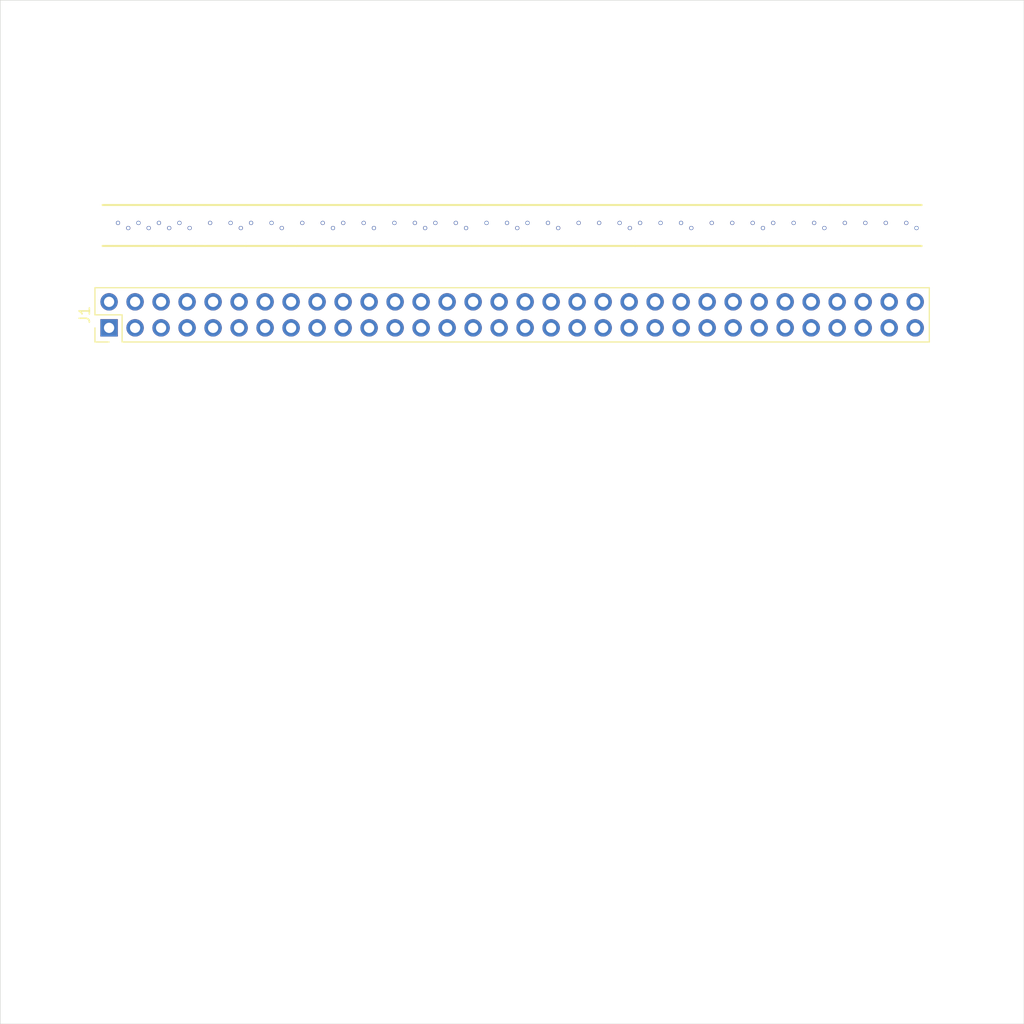
<source format=kicad_pcb>
(kicad_pcb (version 20241229) (generator "pcbnew") (generator_version "9.0")
  (layers (0 "F.Cu" signal) (4 "In1.Cu" signal) (6 "In2.Cu" signal) (2 "B.Cu" signal) (13 "F.Paste" user) (15 "B.Paste" user) (5 "F.SilkS" user "F.Silkscreen") (7 "B.SilkS" user "B.Silkscreen") (1 "F.Mask" user) (3 "B.Mask" user) (25 "Edge.Cuts" user))
  (net 0 "")
  (net 1 "J1pins[2]")
  (net 2 "J1pins[1]")
  (net 3 "J1pins[3]")
  (net 4 "J1pins[4]")
  (net 5 "J1pins[6]")
  (net 6 "J1pins[5]")
  (net 7 "J1pins[8]")
  (net 8 "J1pins[7]")
  (net 9 "J1pins.10")
  (net 10 "J1pins.9")
  (net 11 "J1pins.12")
  (net 12 "J1pins.15")
  (net 13 "J1pins.16")
  (net 14 "J1pins.19")
  (net 15 "J1pins.22")
  (net 16 "J1pins.21")
  (net 17 "J1pins[23]")
  (net 18 "J1pins.27")
  (net 19 "J1pins.24")
  (net 20 "J1pins.25")
  (net 21 "J1pins.38")
  (net 22 "J1pins.33")
  (net 23 "J1pins.46")
  (net 24 "J1pins.62")
  (net 25 "J1pins.56")
  (net 26 "J1pins.30")
  (net 27 "J1pins.43")
  (net 28 "J1pins.63")
  (net 29 "J1pins.39")
  (net 30 "J1pins.49")
  (net 31 "J1pins.64")
  (net 32 "J1pins.58")
  (net 33 "J1pins.31")
  (net 34 "J1pins.52")
  (net 35 "J1pins.35")
  (net 36 "J1pins.61")
  (net 37 "J1pins.57")
  (net 38 "J1pins.59")
  (net 39 "J1pins.51")
  (net 40 "J1pins.54")
  (net 41 "J1pins.47")
  (net 42 "J1pins.37")
  (net 43 "J1pins.42")
  (net 44 "J1pins.34")
  (net 45 "J1pins.45")
  (net 46 "J1pins.55")
  (net 47 "J1pins.50")
  (net 48 "J1pins.41")
  (net 49 "J1pins.60")
  (net 50 "J1pins[44]")
  (net 51 "J1pins[48]")
  (net 52 "J1pins[26]")
  (net 53 "J1pins[29]")
  (net 54 "J1pins.28")
  (net 55 "J1pins[32]")
  (net 56 "J1pins[53]")
  (net 57 "J1pins[36]")
  (net 58 "J1pins[40]")
  (net 59 "J1pins[11]")
  (net 60 "J1pins[14]")
  (net 61 "J1pins.13")
  (net 62 "J1pins[17]")
  (net 63 "J1pins.18")
  (net 64 "J1pins[20]")
  (footprint "RV523:DECAP" (layer "F.Cu") (at 37 20)
    (property "Reference" "DECAP_4" (hide yes))
    (property "Value" "" (hide yes))
    (fp_line (start 0 0) (end 1 0) (stroke (width 0.2)) (layer "F.SilkS"))
    (fp_line (start 0 4) (end 1 4) (stroke (width 0.2)) (layer "F.SilkS"))
  )
  (footprint "RV523:DECAP" (layer "F.Cu") (at 55 20)
    (property "Reference" "DECAP_6" (hide yes))
    (property "Value" "" (hide yes))
    (fp_line (start 0 0) (end 1 0) (stroke (width 0.2)) (layer "F.SilkS"))
    (fp_line (start 0 4) (end 1 4) (stroke (width 0.2)) (layer "F.SilkS"))
  )
  (footprint "RV523:NOT" (layer "F.Cu") (at 11 20)
    (property "Reference" "NOT_1" (hide yes))
    (property "Value" "" (hide yes))
    (fp_line (start 0 0) (end 2 0) (stroke (width 0.2)) (layer "F.SilkS"))
    (fp_line (start 0 4) (end 2 4) (stroke (width 0.2)) (layer "F.SilkS"))
    (pad "A" thru_hole circle (at 0.5 1.75) (size 0.4 0.4) (drill 0.3) (layers "*.Cu" "*.Mask") (net 2 "J1pins[1]") (clearance 0.1))
    (pad "Y" thru_hole circle (at 1.5 2.25) (size 0.4 0.4) (drill 0.3) (layers "*.Cu" "*.Mask") (net 1 "J1pins[2]") (clearance 0.1))
  )
  (footprint "RV523:DECAP" (layer "F.Cu") (at 19 20)
    (property "Reference" "DECAP_2" (hide yes))
    (property "Value" "" (hide yes))
    (fp_line (start 0 0) (end 1 0) (stroke (width 0.2)) (layer "F.SilkS"))
    (fp_line (start 0 4) (end 1 4) (stroke (width 0.2)) (layer "F.SilkS"))
  )
  (footprint "RV523:NAND3" (layer "F.Cu") (at 56 20)
    (property "Reference" "NAND3_1" (hide yes))
    (property "Value" "" (hide yes))
    (fp_line (start 0 0) (end 6 0) (stroke (width 0.2)) (layer "F.SilkS"))
    (fp_line (start 0 4) (end 6 4) (stroke (width 0.2)) (layer "F.SilkS"))
    (pad "A1" thru_hole circle (at 0.5 1.75) (size 0.4 0.4) (drill 0.3) (layers "*.Cu" "*.Mask") (net 22 "J1pins.33") (clearance 0.1))
    (pad "A2" thru_hole circle (at 2.5 1.75) (size 0.4 0.4) (drill 0.3) (layers "*.Cu" "*.Mask") (net 44 "J1pins.34") (clearance 0.1))
    (pad "A3" thru_hole circle (at 4.5 1.75) (size 0.4 0.4) (drill 0.3) (layers "*.Cu" "*.Mask") (net 35 "J1pins.35") (clearance 0.1))
    (pad "Y" thru_hole circle (at 5.5 2.25) (size 0.4 0.4) (drill 0.3) (layers "*.Cu" "*.Mask") (net 57 "J1pins[36]") (clearance 0.1))
  )
  (footprint "RV523:DECAP" (layer "F.Cu") (at 46 20)
    (property "Reference" "DECAP_5" (hide yes))
    (property "Value" "" (hide yes))
    (fp_line (start 0 0) (end 1 0) (stroke (width 0.2)) (layer "F.SilkS"))
    (fp_line (start 0 4) (end 1 4) (stroke (width 0.2)) (layer "F.SilkS"))
  )
  (footprint "RV523:DECAP" (layer "F.Cu") (at 28 20)
    (property "Reference" "DECAP_3" (hide yes))
    (property "Value" "" (hide yes))
    (fp_line (start 0 0) (end 1 0) (stroke (width 0.2)) (layer "F.SilkS"))
    (fp_line (start 0 4) (end 1 4) (stroke (width 0.2)) (layer "F.SilkS"))
  )
  (footprint "RV523:NOT" (layer "F.Cu") (at 15 20)
    (property "Reference" "NOT_3" (hide yes))
    (property "Value" "" (hide yes))
    (fp_line (start 0 0) (end 2 0) (stroke (width 0.2)) (layer "F.SilkS"))
    (fp_line (start 0 4) (end 2 4) (stroke (width 0.2)) (layer "F.SilkS"))
    (pad "A" thru_hole circle (at 0.5 1.75) (size 0.4 0.4) (drill 0.3) (layers "*.Cu" "*.Mask") (net 6 "J1pins[5]") (clearance 0.1))
    (pad "Y" thru_hole circle (at 1.5 2.25) (size 0.4 0.4) (drill 0.3) (layers "*.Cu" "*.Mask") (net 5 "J1pins[6]") (clearance 0.1))
  )
  (footprint "Connector_PinHeader_2.54mm:PinHeader_2x32_P2.54mm_Vertical" (layer "F.Cu") (at 10.63 32 90)
    (property "Reference" "J1" (at 1.27 -2.38 90) (layer "F.SilkS"))
    (property "Value" "")
    (fp_line (start 3.92 -1.38) (end 3.92 80.12) (stroke (width 0.12)) (layer "F.SilkS"))
    (fp_line (start 1.27 -1.38) (end 3.92 -1.38) (stroke (width 0.12)) (layer "F.SilkS"))
    (fp_line (start -1.38 -1.38) (end 0 -1.38) (stroke (width 0.12)) (layer "F.SilkS"))
    (fp_line (start -1.38 0) (end -1.38 -1.38) (stroke (width 0.12)) (layer "F.SilkS"))
    (fp_line (start 1.27 1.27) (end 1.27 -1.38) (stroke (width 0.12)) (layer "F.SilkS"))
    (fp_line (start -1.38 1.27) (end 1.27 1.27) (stroke (width 0.12)) (layer "F.SilkS"))
    (fp_line (start -1.38 1.27) (end -1.38 80.12) (stroke (width 0.12)) (layer "F.SilkS"))
    (fp_line (start -1.38 80.12) (end 3.92 80.12) (stroke (width 0.12)) (layer "F.SilkS"))
    (pad "1" thru_hole rect (at 0 0 90) (size 1.7 1.7) (drill 1) (layers "*.Cu" "*.Mask") (net 2 "J1pins[1]"))
    (pad "2" thru_hole circle (at 2.54 0 90) (size 1.7 1.7) (drill 1) (layers "*.Cu" "*.Mask") (net 1 "J1pins[2]"))
    (pad "3" thru_hole circle (at 0 2.54 90) (size 1.7 1.7) (drill 1) (layers "*.Cu" "*.Mask") (net 3 "J1pins[3]"))
    (pad "4" thru_hole circle (at 2.54 2.54 90) (size 1.7 1.7) (drill 1) (layers "*.Cu" "*.Mask") (net 4 "J1pins[4]"))
    (pad "5" thru_hole circle (at 0 5.08 90) (size 1.7 1.7) (drill 1) (layers "*.Cu" "*.Mask") (net 6 "J1pins[5]"))
    (pad "6" thru_hole circle (at 2.54 5.08 90) (size 1.7 1.7) (drill 1) (layers "*.Cu" "*.Mask") (net 5 "J1pins[6]"))
    (pad "7" thru_hole circle (at 0 7.62 90) (size 1.7 1.7) (drill 1) (layers "*.Cu" "*.Mask") (net 8 "J1pins[7]"))
    (pad "8" thru_hole circle (at 2.54 7.62 90) (size 1.7 1.7) (drill 1) (layers "*.Cu" "*.Mask") (net 7 "J1pins[8]"))
    (pad "9" thru_hole circle (at 0 10.16 90) (size 1.7 1.7) (drill 1) (layers "*.Cu" "*.Mask") (net 10 "J1pins.9"))
    (pad "10" thru_hole circle (at 2.54 10.16 90) (size 1.7 1.7) (drill 1) (layers "*.Cu" "*.Mask") (net 9 "J1pins.10"))
    (pad "11" thru_hole circle (at 0 12.7 90) (size 1.7 1.7) (drill 1) (layers "*.Cu" "*.Mask") (net 59 "J1pins[11]"))
    (pad "12" thru_hole circle (at 2.54 12.7 90) (size 1.7 1.7) (drill 1) (layers "*.Cu" "*.Mask") (net 11 "J1pins.12"))
    (pad "13" thru_hole circle (at 0 15.24 90) (size 1.7 1.7) (drill 1) (layers "*.Cu" "*.Mask") (net 61 "J1pins.13"))
    (pad "14" thru_hole circle (at 2.54 15.24 90) (size 1.7 1.7) (drill 1) (layers "*.Cu" "*.Mask") (net 60 "J1pins[14]"))
    (pad "15" thru_hole circle (at 0 17.78 90) (size 1.7 1.7) (drill 1) (layers "*.Cu" "*.Mask") (net 12 "J1pins.15"))
    (pad "16" thru_hole circle (at 2.54 17.78 90) (size 1.7 1.7) (drill 1) (layers "*.Cu" "*.Mask") (net 13 "J1pins.16"))
    (pad "17" thru_hole circle (at 0 20.32 90) (size 1.7 1.7) (drill 1) (layers "*.Cu" "*.Mask") (net 62 "J1pins[17]"))
    (pad "18" thru_hole circle (at 2.54 20.32 90) (size 1.7 1.7) (drill 1) (layers "*.Cu" "*.Mask") (net 63 "J1pins.18"))
    (pad "19" thru_hole circle (at 0 22.86 90) (size 1.7 1.7) (drill 1) (layers "*.Cu" "*.Mask") (net 14 "J1pins.19"))
    (pad "20" thru_hole circle (at 2.54 22.86 90) (size 1.7 1.7) (drill 1) (layers "*.Cu" "*.Mask") (net 64 "J1pins[20]"))
    (pad "21" thru_hole circle (at 0 25.4 90) (size 1.7 1.7) (drill 1) (layers "*.Cu" "*.Mask") (net 16 "J1pins.21"))
    (pad "22" thru_hole circle (at 2.54 25.4 90) (size 1.7 1.7) (drill 1) (layers "*.Cu" "*.Mask") (net 15 "J1pins.22"))
    (pad "23" thru_hole circle (at 0 27.94 90) (size 1.7 1.7) (drill 1) (layers "*.Cu" "*.Mask") (net 17 "J1pins[23]"))
    (pad "24" thru_hole circle (at 2.54 27.94 90) (size 1.7 1.7) (drill 1) (layers "*.Cu" "*.Mask") (net 19 "J1pins.24"))
    (pad "25" thru_hole circle (at 0 30.48 90) (size 1.7 1.7) (drill 1) (layers "*.Cu" "*.Mask") (net 20 "J1pins.25"))
    (pad "26" thru_hole circle (at 2.54 30.48 90) (size 1.7 1.7) (drill 1) (layers "*.Cu" "*.Mask") (net 52 "J1pins[26]"))
    (pad "27" thru_hole circle (at 0 33.02 90) (size 1.7 1.7) (drill 1) (layers "*.Cu" "*.Mask") (net 18 "J1pins.27"))
    (pad "28" thru_hole circle (at 2.54 33.02 90) (size 1.7 1.7) (drill 1) (layers "*.Cu" "*.Mask") (net 54 "J1pins.28"))
    (pad "29" thru_hole circle (at 0 35.56 90) (size 1.7 1.7) (drill 1) (layers "*.Cu" "*.Mask") (net 53 "J1pins[29]"))
    (pad "30" thru_hole circle (at 2.54 35.56 90) (size 1.7 1.7) (drill 1) (layers "*.Cu" "*.Mask") (net 26 "J1pins.30"))
    (pad "31" thru_hole circle (at 0 38.1 90) (size 1.7 1.7) (drill 1) (layers "*.Cu" "*.Mask") (net 33 "J1pins.31"))
    (pad "32" thru_hole circle (at 2.54 38.1 90) (size 1.7 1.7) (drill 1) (layers "*.Cu" "*.Mask") (net 55 "J1pins[32]"))
    (pad "33" thru_hole circle (at 0 40.64 90) (size 1.7 1.7) (drill 1) (layers "*.Cu" "*.Mask") (net 22 "J1pins.33"))
    (pad "34" thru_hole circle (at 2.54 40.64 90) (size 1.7 1.7) (drill 1) (layers "*.Cu" "*.Mask") (net 44 "J1pins.34"))
    (pad "35" thru_hole circle (at 0 43.18 90) (size 1.7 1.7) (drill 1) (layers "*.Cu" "*.Mask") (net 35 "J1pins.35"))
    (pad "36" thru_hole circle (at 2.54 43.18 90) (size 1.7 1.7) (drill 1) (layers "*.Cu" "*.Mask") (net 57 "J1pins[36]"))
    (pad "37" thru_hole circle (at 0 45.72 90) (size 1.7 1.7) (drill 1) (layers "*.Cu" "*.Mask") (net 42 "J1pins.37"))
    (pad "38" thru_hole circle (at 2.54 45.72 90) (size 1.7 1.7) (drill 1) (layers "*.Cu" "*.Mask") (net 21 "J1pins.38"))
    (pad "39" thru_hole circle (at 0 48.26 90) (size 1.7 1.7) (drill 1) (layers "*.Cu" "*.Mask") (net 29 "J1pins.39"))
    (pad "40" thru_hole circle (at 2.54 48.26 90) (size 1.7 1.7) (drill 1) (layers "*.Cu" "*.Mask") (net 58 "J1pins[40]"))
    (pad "41" thru_hole circle (at 0 50.8 90) (size 1.7 1.7) (drill 1) (layers "*.Cu" "*.Mask") (net 48 "J1pins.41"))
    (pad "42" thru_hole circle (at 2.54 50.8 90) (size 1.7 1.7) (drill 1) (layers "*.Cu" "*.Mask") (net 43 "J1pins.42"))
    (pad "43" thru_hole circle (at 0 53.34 90) (size 1.7 1.7) (drill 1) (layers "*.Cu" "*.Mask") (net 27 "J1pins.43"))
    (pad "44" thru_hole circle (at 2.54 53.34 90) (size 1.7 1.7) (drill 1) (layers "*.Cu" "*.Mask") (net 50 "J1pins[44]"))
    (pad "45" thru_hole circle (at 0 55.88 90) (size 1.7 1.7) (drill 1) (layers "*.Cu" "*.Mask") (net 45 "J1pins.45"))
    (pad "46" thru_hole circle (at 2.54 55.88 90) (size 1.7 1.7) (drill 1) (layers "*.Cu" "*.Mask") (net 23 "J1pins.46"))
    (pad "47" thru_hole circle (at 0 58.42 90) (size 1.7 1.7) (drill 1) (layers "*.Cu" "*.Mask") (net 41 "J1pins.47"))
    (pad "48" thru_hole circle (at 2.54 58.42 90) (size 1.7 1.7) (drill 1) (layers "*.Cu" "*.Mask") (net 51 "J1pins[48]"))
    (pad "49" thru_hole circle (at 0 60.96 90) (size 1.7 1.7) (drill 1) (layers "*.Cu" "*.Mask") (net 30 "J1pins.49"))
    (pad "50" thru_hole circle (at 2.54 60.96 90) (size 1.7 1.7) (drill 1) (layers "*.Cu" "*.Mask") (net 47 "J1pins.50"))
    (pad "51" thru_hole circle (at 0 63.5 90) (size 1.7 1.7) (drill 1) (layers "*.Cu" "*.Mask") (net 39 "J1pins.51"))
    (pad "52" thru_hole circle (at 2.54 63.5 90) (size 1.7 1.7) (drill 1) (layers "*.Cu" "*.Mask") (net 34 "J1pins.52"))
    (pad "53" thru_hole circle (at 0 66.04 90) (size 1.7 1.7) (drill 1) (layers "*.Cu" "*.Mask") (net 56 "J1pins[53]"))
    (pad "54" thru_hole circle (at 2.54 66.04 90) (size 1.7 1.7) (drill 1) (layers "*.Cu" "*.Mask") (net 40 "J1pins.54"))
    (pad "55" thru_hole circle (at 0 68.58 90) (size 1.7 1.7) (drill 1) (layers "*.Cu" "*.Mask") (net 46 "J1pins.55"))
    (pad "56" thru_hole circle (at 2.54 68.58 90) (size 1.7 1.7) (drill 1) (layers "*.Cu" "*.Mask") (net 25 "J1pins.56"))
    (pad "57" thru_hole circle (at 0 71.12 90) (size 1.7 1.7) (drill 1) (layers "*.Cu" "*.Mask") (net 37 "J1pins.57"))
    (pad "58" thru_hole circle (at 2.54 71.12 90) (size 1.7 1.7) (drill 1) (layers "*.Cu" "*.Mask") (net 32 "J1pins.58"))
    (pad "59" thru_hole circle (at 0 73.66 90) (size 1.7 1.7) (drill 1) (layers "*.Cu" "*.Mask") (net 38 "J1pins.59"))
    (pad "60" thru_hole circle (at 2.54 73.66 90) (size 1.7 1.7) (drill 1) (layers "*.Cu" "*.Mask") (net 49 "J1pins.60"))
    (pad "61" thru_hole circle (at 0 76.2 90) (size 1.7 1.7) (drill 1) (layers "*.Cu" "*.Mask") (net 36 "J1pins.61"))
    (pad "62" thru_hole circle (at 2.54 76.2 90) (size 1.7 1.7) (drill 1) (layers "*.Cu" "*.Mask") (net 24 "J1pins.62"))
    (pad "63" thru_hole circle (at 0 78.74 90) (size 1.7 1.7) (drill 1) (layers "*.Cu" "*.Mask") (net 28 "J1pins.63"))
    (pad "64" thru_hole circle (at 2.54 78.74 90) (size 1.7 1.7) (drill 1) (layers "*.Cu" "*.Mask") (net 31 "J1pins.64"))
  )
  (footprint "RV523:NOR2" (layer "F.Cu") (at 47 20)
    (property "Reference" "NOR2_3" (hide yes))
    (property "Value" "" (hide yes))
    (fp_line (start 0 0) (end 4 0) (stroke (width 0.2)) (layer "F.SilkS"))
    (fp_line (start 0 4) (end 4 4) (stroke (width 0.2)) (layer "F.SilkS"))
    (pad "A1" thru_hole circle (at 0.5 1.75) (size 0.4 0.4) (drill 0.3) (layers "*.Cu" "*.Mask") (net 18 "J1pins.27") (clearance 0.1))
    (pad "A2" thru_hole circle (at 2.5 1.75) (size 0.4 0.4) (drill 0.3) (layers "*.Cu" "*.Mask") (net 54 "J1pins.28") (clearance 0.1))
    (pad "Y" thru_hole circle (at 3.5 2.25) (size 0.4 0.4) (drill 0.3) (layers "*.Cu" "*.Mask") (net 53 "J1pins[29]") (clearance 0.1))
  )
  (footprint "RV523:NOR3" (layer "F.Cu") (at 69 20)
    (property "Reference" "NOR3_1" (hide yes))
    (property "Value" "" (hide yes))
    (fp_line (start 0 0) (end 6 0) (stroke (width 0.2)) (layer "F.SilkS"))
    (fp_line (start 0 4) (end 6 4) (stroke (width 0.2)) (layer "F.SilkS"))
    (pad "A1" thru_hole circle (at 0.5 1.75) (size 0.4 0.4) (drill 0.3) (layers "*.Cu" "*.Mask") (net 48 "J1pins.41") (clearance 0.1))
    (pad "A2" thru_hole circle (at 2.5 1.75) (size 0.4 0.4) (drill 0.3) (layers "*.Cu" "*.Mask") (net 43 "J1pins.42") (clearance 0.1))
    (pad "A3" thru_hole circle (at 4.5 1.75) (size 0.4 0.4) (drill 0.3) (layers "*.Cu" "*.Mask") (net 27 "J1pins.43") (clearance 0.1))
    (pad "Y" thru_hole circle (at 5.5 2.25) (size 0.4 0.4) (drill 0.3) (layers "*.Cu" "*.Mask") (net 50 "J1pins[44]") (clearance 0.1))
  )
  (footprint "RV523:NOR2" (layer "F.Cu") (at 38 20)
    (property "Reference" "NOR2_1" (hide yes))
    (property "Value" "" (hide yes))
    (fp_line (start 0 0) (end 4 0) (stroke (width 0.2)) (layer "F.SilkS"))
    (fp_line (start 0 4) (end 4 4) (stroke (width 0.2)) (layer "F.SilkS"))
    (pad "A1" thru_hole circle (at 0.5 1.75) (size 0.4 0.4) (drill 0.3) (layers "*.Cu" "*.Mask") (net 16 "J1pins.21") (clearance 0.1))
    (pad "A2" thru_hole circle (at 2.5 1.75) (size 0.4 0.4) (drill 0.3) (layers "*.Cu" "*.Mask") (net 15 "J1pins.22") (clearance 0.1))
    (pad "Y" thru_hole circle (at 3.5 2.25) (size 0.4 0.4) (drill 0.3) (layers "*.Cu" "*.Mask") (net 17 "J1pins[23]") (clearance 0.1))
  )
  (footprint "RV523:NAND2" (layer "F.Cu") (at 33 20)
    (property "Reference" "NAND2_4" (hide yes))
    (property "Value" "" (hide yes))
    (fp_line (start 0 0) (end 4 0) (stroke (width 0.2)) (layer "F.SilkS"))
    (fp_line (start 0 4) (end 4 4) (stroke (width 0.2)) (layer "F.SilkS"))
    (pad "A1" thru_hole circle (at 0.5 1.75) (size 0.4 0.4) (drill 0.3) (layers "*.Cu" "*.Mask") (net 63 "J1pins.18") (clearance 0.1))
    (pad "A2" thru_hole circle (at 2.5 1.75) (size 0.4 0.4) (drill 0.3) (layers "*.Cu" "*.Mask") (net 14 "J1pins.19") (clearance 0.1))
    (pad "Y" thru_hole circle (at 3.5 2.25) (size 0.4 0.4) (drill 0.3) (layers "*.Cu" "*.Mask") (net 64 "J1pins[20]") (clearance 0.1))
  )
  (footprint "RV523:NOR3" (layer "F.Cu") (at 75 20)
    (property "Reference" "NOR3_2" (hide yes))
    (property "Value" "" (hide yes))
    (fp_line (start 0 0) (end 6 0) (stroke (width 0.2)) (layer "F.SilkS"))
    (fp_line (start 0 4) (end 6 4) (stroke (width 0.2)) (layer "F.SilkS"))
    (pad "A1" thru_hole circle (at 0.5 1.75) (size 0.4 0.4) (drill 0.3) (layers "*.Cu" "*.Mask") (net 45 "J1pins.45") (clearance 0.1))
    (pad "A2" thru_hole circle (at 2.5 1.75) (size 0.4 0.4) (drill 0.3) (layers "*.Cu" "*.Mask") (net 23 "J1pins.46") (clearance 0.1))
    (pad "A3" thru_hole circle (at 4.5 1.75) (size 0.4 0.4) (drill 0.3) (layers "*.Cu" "*.Mask") (net 41 "J1pins.47") (clearance 0.1))
    (pad "Y" thru_hole circle (at 5.5 2.25) (size 0.4 0.4) (drill 0.3) (layers "*.Cu" "*.Mask") (net 51 "J1pins[48]") (clearance 0.1))
  )
  (footprint "RV523:DECAP" (layer "F.Cu") (at 10 20)
    (property "Reference" "DECAP_1" (hide yes))
    (property "Value" "" (hide yes))
    (fp_line (start 0 0) (end 1 0) (stroke (width 0.2)) (layer "F.SilkS"))
    (fp_line (start 0 4) (end 1 4) (stroke (width 0.2)) (layer "F.SilkS"))
  )
  (footprint "RV523:NAND4" (layer "F.Cu") (at 82 20)
    (property "Reference" "NAND4_1" (hide yes))
    (property "Value" "" (hide yes))
    (fp_line (start 0 0) (end 8 0) (stroke (width 0.2)) (layer "F.SilkS"))
    (fp_line (start 0 4) (end 8 4) (stroke (width 0.2)) (layer "F.SilkS"))
    (pad "A1" thru_hole circle (at 0.5 1.75) (size 0.4 0.4) (drill 0.3) (layers "*.Cu" "*.Mask") (net 30 "J1pins.49") (clearance 0.1))
    (pad "A2" thru_hole circle (at 2.5 1.75) (size 0.4 0.4) (drill 0.3) (layers "*.Cu" "*.Mask") (net 47 "J1pins.50") (clearance 0.1))
    (pad "A3" thru_hole circle (at 4.5 1.75) (size 0.4 0.4) (drill 0.3) (layers "*.Cu" "*.Mask") (net 39 "J1pins.51") (clearance 0.1))
    (pad "A4" thru_hole circle (at 6.5 1.75) (size 0.4 0.4) (drill 0.3) (layers "*.Cu" "*.Mask") (net 34 "J1pins.52") (clearance 0.1))
    (pad "Y" thru_hole circle (at 7.5 2.25) (size 0.4 0.4) (drill 0.3) (layers "*.Cu" "*.Mask") (net 56 "J1pins[53]") (clearance 0.1))
  )
  (footprint "RV523:NAND2" (layer "F.Cu") (at 20 20)
    (property "Reference" "NAND2_1" (hide yes))
    (property "Value" "" (hide yes))
    (fp_line (start 0 0) (end 4 0) (stroke (width 0.2)) (layer "F.SilkS"))
    (fp_line (start 0 4) (end 4 4) (stroke (width 0.2)) (layer "F.SilkS"))
    (pad "A1" thru_hole circle (at 0.5 1.75) (size 0.4 0.4) (drill 0.3) (layers "*.Cu" "*.Mask") (net 10 "J1pins.9") (clearance 0.1))
    (pad "A2" thru_hole circle (at 2.5 1.75) (size 0.4 0.4) (drill 0.3) (layers "*.Cu" "*.Mask") (net 9 "J1pins.10") (clearance 0.1))
    (pad "Y" thru_hole circle (at 3.5 2.25) (size 0.4 0.4) (drill 0.3) (layers "*.Cu" "*.Mask") (net 59 "J1pins[11]") (clearance 0.1))
  )
  (footprint "RV523:NOR2" (layer "F.Cu") (at 51 20)
    (property "Reference" "NOR2_4" (hide yes))
    (property "Value" "" (hide yes))
    (fp_line (start 0 0) (end 4 0) (stroke (width 0.2)) (layer "F.SilkS"))
    (fp_line (start 0 4) (end 4 4) (stroke (width 0.2)) (layer "F.SilkS"))
    (pad "A1" thru_hole circle (at 0.5 1.75) (size 0.4 0.4) (drill 0.3) (layers "*.Cu" "*.Mask") (net 26 "J1pins.30") (clearance 0.1))
    (pad "A2" thru_hole circle (at 2.5 1.75) (size 0.4 0.4) (drill 0.3) (layers "*.Cu" "*.Mask") (net 33 "J1pins.31") (clearance 0.1))
    (pad "Y" thru_hole circle (at 3.5 2.25) (size 0.4 0.4) (drill 0.3) (layers "*.Cu" "*.Mask") (net 55 "J1pins[32]") (clearance 0.1))
  )
  (footprint "RV523:DECAP" (layer "F.Cu") (at 81 20)
    (property "Reference" "DECAP_8" (hide yes))
    (property "Value" "" (hide yes))
    (fp_line (start 0 0) (end 1 0) (stroke (width 0.2)) (layer "F.SilkS"))
    (fp_line (start 0 4) (end 1 4) (stroke (width 0.2)) (layer "F.SilkS"))
  )
  (footprint "RV523:NOT" (layer "F.Cu") (at 13 20)
    (property "Reference" "NOT_2" (hide yes))
    (property "Value" "" (hide yes))
    (fp_line (start 0 0) (end 2 0) (stroke (width 0.2)) (layer "F.SilkS"))
    (fp_line (start 0 4) (end 2 4) (stroke (width 0.2)) (layer "F.SilkS"))
    (pad "A" thru_hole circle (at 0.5 1.75) (size 0.4 0.4) (drill 0.3) (layers "*.Cu" "*.Mask") (net 3 "J1pins[3]") (clearance 0.1))
    (pad "Y" thru_hole circle (at 1.5 2.25) (size 0.4 0.4) (drill 0.3) (layers "*.Cu" "*.Mask") (net 4 "J1pins[4]") (clearance 0.1))
  )
  (footprint "RV523:DECAP" (layer "F.Cu") (at 68 20)
    (property "Reference" "DECAP_7" (hide yes))
    (property "Value" "" (hide yes))
    (fp_line (start 0 0) (end 1 0) (stroke (width 0.2)) (layer "F.SilkS"))
    (fp_line (start 0 4) (end 1 4) (stroke (width 0.2)) (layer "F.SilkS"))
  )
  (footprint "RV523:NAND3" (layer "F.Cu") (at 62 20)
    (property "Reference" "NAND3_2" (hide yes))
    (property "Value" "" (hide yes))
    (fp_line (start 0 0) (end 6 0) (stroke (width 0.2)) (layer "F.SilkS"))
    (fp_line (start 0 4) (end 6 4) (stroke (width 0.2)) (layer "F.SilkS"))
    (pad "A1" thru_hole circle (at 0.5 1.75) (size 0.4 0.4) (drill 0.3) (layers "*.Cu" "*.Mask") (net 42 "J1pins.37") (clearance 0.1))
    (pad "A2" thru_hole circle (at 2.5 1.75) (size 0.4 0.4) (drill 0.3) (layers "*.Cu" "*.Mask") (net 21 "J1pins.38") (clearance 0.1))
    (pad "A3" thru_hole circle (at 4.5 1.75) (size 0.4 0.4) (drill 0.3) (layers "*.Cu" "*.Mask") (net 29 "J1pins.39") (clearance 0.1))
    (pad "Y" thru_hole circle (at 5.5 2.25) (size 0.4 0.4) (drill 0.3) (layers "*.Cu" "*.Mask") (net 58 "J1pins[40]") (clearance 0.1))
  )
  (footprint "RV523:NOT" (layer "F.Cu") (at 17 20)
    (property "Reference" "NOT_4" (hide yes))
    (property "Value" "" (hide yes))
    (fp_line (start 0 0) (end 2 0) (stroke (width 0.2)) (layer "F.SilkS"))
    (fp_line (start 0 4) (end 2 4) (stroke (width 0.2)) (layer "F.SilkS"))
    (pad "A" thru_hole circle (at 0.5 1.75) (size 0.4 0.4) (drill 0.3) (layers "*.Cu" "*.Mask") (net 8 "J1pins[7]") (clearance 0.1))
    (pad "Y" thru_hole circle (at 1.5 2.25) (size 0.4 0.4) (drill 0.3) (layers "*.Cu" "*.Mask") (net 7 "J1pins[8]") (clearance 0.1))
  )
  (footprint "RV523:NAND2" (layer "F.Cu") (at 29 20)
    (property "Reference" "NAND2_3" (hide yes))
    (property "Value" "" (hide yes))
    (fp_line (start 0 0) (end 4 0) (stroke (width 0.2)) (layer "F.SilkS"))
    (fp_line (start 0 4) (end 4 4) (stroke (width 0.2)) (layer "F.SilkS"))
    (pad "A1" thru_hole circle (at 0.5 1.75) (size 0.4 0.4) (drill 0.3) (layers "*.Cu" "*.Mask") (net 12 "J1pins.15") (clearance 0.1))
    (pad "A2" thru_hole circle (at 2.5 1.75) (size 0.4 0.4) (drill 0.3) (layers "*.Cu" "*.Mask") (net 13 "J1pins.16") (clearance 0.1))
    (pad "Y" thru_hole circle (at 3.5 2.25) (size 0.4 0.4) (drill 0.3) (layers "*.Cu" "*.Mask") (net 62 "J1pins[17]") (clearance 0.1))
  )
  (footprint "RV523:NAND2" (layer "F.Cu") (at 24 20)
    (property "Reference" "NAND2_2" (hide yes))
    (property "Value" "" (hide yes))
    (fp_line (start 0 0) (end 4 0) (stroke (width 0.2)) (layer "F.SilkS"))
    (fp_line (start 0 4) (end 4 4) (stroke (width 0.2)) (layer "F.SilkS"))
    (pad "A1" thru_hole circle (at 0.5 1.75) (size 0.4 0.4) (drill 0.3) (layers "*.Cu" "*.Mask") (net 11 "J1pins.12") (clearance 0.1))
    (pad "A2" thru_hole circle (at 2.5 1.75) (size 0.4 0.4) (drill 0.3) (layers "*.Cu" "*.Mask") (net 61 "J1pins.13") (clearance 0.1))
    (pad "Y" thru_hole circle (at 3.5 2.25) (size 0.4 0.4) (drill 0.3) (layers "*.Cu" "*.Mask") (net 60 "J1pins[14]") (clearance 0.1))
  )
  (footprint "RV523:NOR2" (layer "F.Cu") (at 42 20)
    (property "Reference" "NOR2_2" (hide yes))
    (property "Value" "" (hide yes))
    (fp_line (start 0 0) (end 4 0) (stroke (width 0.2)) (layer "F.SilkS"))
    (fp_line (start 0 4) (end 4 4) (stroke (width 0.2)) (layer "F.SilkS"))
    (pad "A1" thru_hole circle (at 0.5 1.75) (size 0.4 0.4) (drill 0.3) (layers "*.Cu" "*.Mask") (net 19 "J1pins.24") (clearance 0.1))
    (pad "A2" thru_hole circle (at 2.5 1.75) (size 0.4 0.4) (drill 0.3) (layers "*.Cu" "*.Mask") (net 20 "J1pins.25") (clearance 0.1))
    (pad "Y" thru_hole circle (at 3.5 2.25) (size 0.4 0.4) (drill 0.3) (layers "*.Cu" "*.Mask") (net 52 "J1pins[26]") (clearance 0.1))
  )
  (gr_rect (start 0 0) (end 100 100) (stroke (width 0.05)) (fill no) (layer "Edge.Cuts"))
)
</source>
